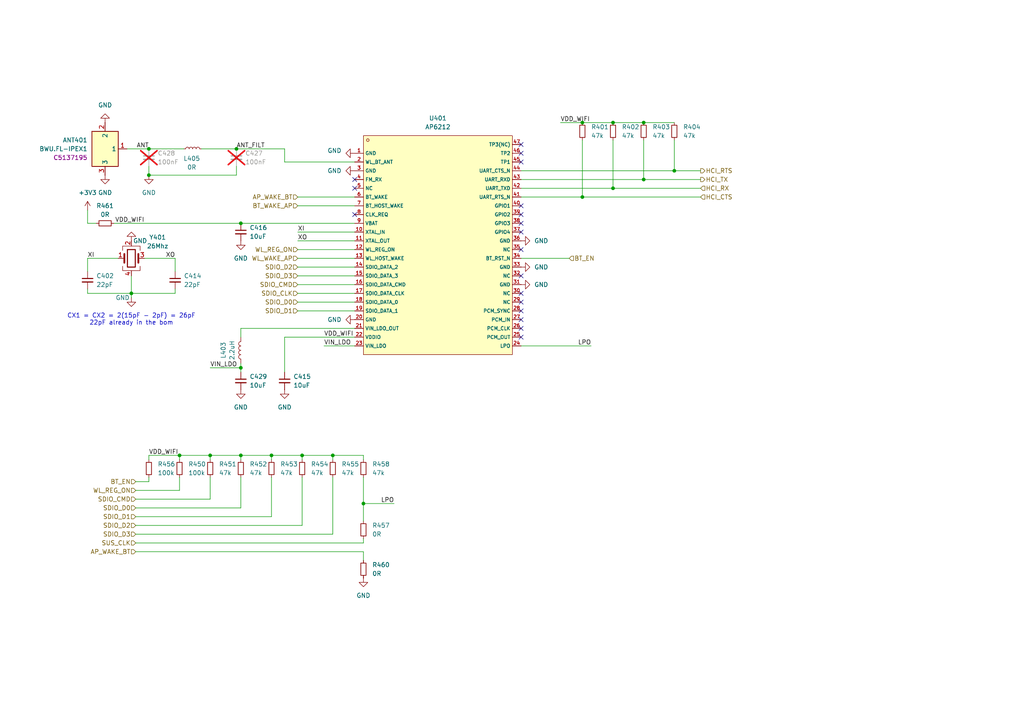
<source format=kicad_sch>
(kicad_sch (version 20231120) (generator "eeschema") (generator_version "8.0")
  (paper "A4")
  (lib_symbols
    (symbol "Device:C_Small" (pin_numbers hide) (pin_names (offset 0.254) hide)
      (property "Reference" "C" (at 0.254 1.778 0))
      (property "Value" "C_Small" (at 0.254 -2.032 0))
      (symbol "C_Small_0_1"
        (polyline (pts (xy -1.524 -0.508) (xy 1.524 -0.508)) (stroke (width 0.3302)))
        (polyline (pts (xy -1.524 0.508) (xy 1.524 0.508)) (stroke (width 0.3048)))
      )
      (symbol "C_Small_1_1"
        (pin passive line (at 0 2.54 270) (length 2.032) (name "~") (number "1"))
        (pin passive line (at 0 -2.54 90) (length 2.032) (name "~") (number "2"))
      )
    )
    (symbol "Device:Crystal_GND24" (pin_names (offset 1.016) hide)
      (property "Reference" "Y" (at 3.175 5.08 0))
      (property "Value" "Crystal_GND24" (at 3.175 3.175 0))
      (symbol "Crystal_GND24_0_1"
        (rectangle (start -1.143 2.54) (end 1.143 -2.54) (stroke (width 0.3048)))
        (polyline (pts (xy -2.54 0) (xy -2.032 0)))
        (polyline (pts (xy -2.032 -1.27) (xy -2.032 1.27)) (stroke (width 0.508)))
        (polyline (pts (xy 0 -3.81) (xy 0 -3.556)))
        (polyline (pts (xy 0 3.556) (xy 0 3.81)))
        (polyline (pts (xy 2.032 -1.27) (xy 2.032 1.27)) (stroke (width 0.508)))
        (polyline (pts (xy 2.032 0) (xy 2.54 0)))
        (polyline (pts (xy -2.54 -2.286) (xy -2.54 -3.556) (xy 2.54 -3.556) (xy 2.54 -2.286)))
        (polyline (pts (xy -2.54 2.286) (xy -2.54 3.556) (xy 2.54 3.556) (xy 2.54 2.286)))
      )
      (symbol "Crystal_GND24_1_1"
        (pin passive line (at -3.81 0 0) (length 1.27) (name "1") (number "1"))
        (pin passive line (at 0 5.08 270) (length 1.27) (name "2") (number "2"))
        (pin passive line (at 3.81 0 180) (length 1.27) (name "3") (number "3"))
        (pin passive line (at 0 -5.08 90) (length 1.27) (name "4") (number "4"))
      )
    )
    (symbol "Device:L" (pin_numbers hide) (pin_names (offset 1.016) hide)
      (property "Reference" "L" (at -1.27 0 90))
      (property "Value" "L" (at 1.905 0 90))
      (symbol "L_0_1"
        (arc (start 0 -2.54) (mid 0.6323 -1.905) (end 0 -1.27))
        (arc (start 0 -1.27) (mid 0.6323 -0.635) (end 0 0))
        (arc (start 0 0) (mid 0.6323 0.635) (end 0 1.27))
        (arc (start 0 1.27) (mid 0.6323 1.905) (end 0 2.54))
      )
      (symbol "L_1_1"
        (pin passive line (at 0 3.81 270) (length 1.27) (name "1") (number "1"))
        (pin passive line (at 0 -3.81 90) (length 1.27) (name "2") (number "2"))
      )
    )
    (symbol "Device:L_Small" (pin_numbers hide) (pin_names (offset 0.254) hide)
      (property "Reference" "L" (at 0.762 1.016 0))
      (property "Value" "L_Small" (at 0.762 -1.016 0))
      (symbol "L_Small_0_1"
        (arc (start 0 -2.032) (mid 0.5058 -1.524) (end 0 -1.016))
        (arc (start 0 -1.016) (mid 0.5058 -0.508) (end 0 0))
        (arc (start 0 0) (mid 0.5058 0.508) (end 0 1.016))
        (arc (start 0 1.016) (mid 0.5058 1.524) (end 0 2.032))
      )
      (symbol "L_Small_1_1"
        (pin passive line (at 0 2.54 270) (length 0.508) (name "~") (number "1"))
        (pin passive line (at 0 -2.54 90) (length 0.508) (name "~") (number "2"))
      )
    )
    (symbol "Device:R_Small" (pin_numbers hide) (pin_names (offset 0.254) hide)
      (property "Reference" "R" (at 0.762 0.508 0))
      (property "Value" "R_Small" (at 0.762 -1.016 0))
      (symbol "R_Small_0_1"
        (rectangle (start -0.762 1.778) (end 0.762 -1.778) (stroke (width 0.2032)))
      )
      (symbol "R_Small_1_1"
        (pin passive line (at 0 2.54 270) (length 0.762) (name "~") (number "1"))
        (pin passive line (at 0 -2.54 90) (length 0.762) (name "~") (number "2"))
      )
    )
    (symbol "LCSC_Antenna:BWU.FL-IPEX1"
      (property "Reference" "ANT?" (at 2.54 6.35 0))
      (property "Value" "BWU.FL-IPEX1" (at 10.16 -2.032 0))
      (property "LCSC" "C5137195" (at 0 0 0))
      (symbol "BWU.FL-IPEX1_0_0"
        (pin passive line (at 5.08 0 180) (length 2.54) (name "1") (number "1"))
        (pin passive line (at -1.27 7.62 270) (length 2.54) (name "2") (number "2"))
        (pin passive line (at -1.27 -7.62 90) (length 2.54) (name "3") (number "3"))
      )
      (symbol "BWU.FL-IPEX1_1_0"
        (rectangle (start -5.08 5.08) (end 2.54 -5.08) (stroke (width 0.254)) (fill (type background)))
      )
    )
    (symbol "Module_WiFi_BT:AP6212"
      (property "Reference" "U" (at -0.762 33.528 0))
      (property "Value" "AP6212" (at 0 -2.54 0))
      (symbol "AP6212_0_1"
        (rectangle (start -21.59 31.7501) (end 21.59 -31.7501) (fill (type background)))
        (circle (center -20.32 30.4801) (radius 0.381) (fill (type background)))
        (pin unspecified line (at -24.13 26.67 0) (length 2.54) (name "GND") (number "1"))
        (pin unspecified line (at -24.13 3.81 0) (length 2.54) (name "XTAL_IN") (number "10"))
        (pin unspecified line (at -24.13 1.27 0) (length 2.54) (name "XTAL_OUT") (number "11"))
        (pin unspecified line (at -24.13 -1.27 0) (length 2.54) (name "WL_REG_ON") (number "12"))
        (pin unspecified line (at -24.13 -3.81 0) (length 2.54) (name "WL_HOST_WAKE") (number "13"))
        (pin unspecified line (at -24.13 -6.35 0) (length 2.54) (name "SDIO_DATA_2") (number "14"))
        (pin unspecified line (at -24.13 -8.89 0) (length 2.54) (name "SDIO_DATA_3") (number "15"))
        (pin unspecified line (at -24.13 -11.43 0) (length 2.54) (name "SDIO_DATA_CMD") (number "16"))
        (pin unspecified line (at -24.13 -13.97 0) (length 2.54) (name "SDIO_DATA_CLK") (number "17"))
        (pin unspecified line (at -24.13 -16.51 0) (length 2.54) (name "SDIO_DATA_0") (number "18"))
        (pin unspecified line (at -24.13 -19.05 0) (length 2.54) (name "SDIO_DATA_1") (number "19"))
        (pin unspecified line (at -24.13 24.13 0) (length 2.54) (name "WL_BT_ANT") (number "2"))
        (pin unspecified line (at -24.13 -21.59 0) (length 2.54) (name "GND") (number "20"))
        (pin unspecified line (at -24.13 -24.13 0) (length 2.54) (name "VIN_LDO_OUT") (number "21"))
        (pin unspecified line (at -24.13 -26.67 0) (length 2.54) (name "VDDIO") (number "22"))
        (pin unspecified line (at -24.13 -29.21 0) (length 2.54) (name "VIN_LDO") (number "23"))
        (pin unspecified line (at 24.13 -29.21 180) (length 2.54) (name "LPO") (number "24"))
        (pin unspecified line (at 24.13 -26.67 180) (length 2.54) (name "PCM_OUT") (number "25"))
        (pin unspecified line (at 24.13 -24.13 180) (length 2.54) (name "PCM_CLK") (number "26"))
        (pin unspecified line (at 24.13 -21.59 180) (length 2.54) (name "PCM_IN") (number "27"))
        (pin unspecified line (at 24.13 -19.05 180) (length 2.54) (name "PCM_SYNC") (number "28"))
        (pin unspecified line (at 24.13 -16.51 180) (length 2.54) (name "NC") (number "29"))
        (pin unspecified line (at -24.13 21.59 0) (length 2.54) (name "GND") (number "3"))
        (pin unspecified line (at 24.13 -13.97 180) (length 2.54) (name "NC") (number "30"))
        (pin unspecified line (at 24.13 -11.43 180) (length 2.54) (name "GND") (number "31"))
        (pin unspecified line (at 24.13 -8.89 180) (length 2.54) (name "NC") (number "32"))
        (pin unspecified line (at 24.13 -6.35 180) (length 2.54) (name "GND") (number "33"))
        (pin unspecified line (at 24.13 -3.81 180) (length 2.54) (name "BT_RST_N") (number "34"))
        (pin unspecified line (at 24.13 -1.27 180) (length 2.54) (name "NC") (number "35"))
        (pin unspecified line (at 24.13 1.27 180) (length 2.54) (name "GND") (number "36"))
        (pin unspecified line (at 24.13 3.81 180) (length 2.54) (name "GPIO4") (number "37"))
        (pin unspecified line (at 24.13 6.35 180) (length 2.54) (name "GPIO3") (number "38"))
        (pin unspecified line (at 24.13 8.89 180) (length 2.54) (name "GPIO2") (number "39"))
        (pin unspecified line (at -24.13 19.05 0) (length 2.54) (name "FM_RX") (number "4"))
        (pin unspecified line (at 24.13 11.43 180) (length 2.54) (name "GPIO1") (number "40"))
        (pin unspecified line (at 24.13 13.97 180) (length 2.54) (name "UART_RTS_N") (number "41"))
        (pin unspecified line (at 24.13 16.51 180) (length 2.54) (name "UART_TXD") (number "42"))
        (pin unspecified line (at 24.13 19.05 180) (length 2.54) (name "UART_RXD") (number "43"))
        (pin unspecified line (at 24.13 21.59 180) (length 2.54) (name "UART_CTS_N") (number "44"))
        (pin unspecified line (at 24.13 24.13 180) (length 2.54) (name "TP1") (number "45"))
        (pin unspecified line (at 24.13 26.67 180) (length 2.54) (name "TP2") (number "46"))
        (pin unspecified line (at 24.13 29.21 180) (length 2.54) (name "TP3(NC)") (number "47"))
        (pin unspecified line (at -24.13 16.51 0) (length 2.54) (name "NC") (number "5"))
        (pin unspecified line (at -24.13 13.97 0) (length 2.54) (name "BT_WAKE") (number "6"))
        (pin unspecified line (at -24.13 11.43 0) (length 2.54) (name "BT_HOST_WAKE") (number "7"))
        (pin unspecified line (at -24.13 8.89 0) (length 2.54) (name "CLK_REQ") (number "8"))
        (pin unspecified line (at -24.13 6.35 0) (length 2.54) (name "VBAT") (number "9"))
      )
    )
    (symbol "power:+3V3" (power) (pin_names (offset 0))
      (property "Value" "+3V3" (at 0 3.556 0))
      (symbol "+3V3_0_1"
        (polyline (pts (xy -0.762 1.27) (xy 0 2.54)))
        (polyline (pts (xy 0 0) (xy 0 2.54)))
        (polyline (pts (xy 0 2.54) (xy 0.762 1.27)))
      )
      (symbol "+3V3_1_1"
        (pin power_in line (at 0 0 90) (length 0) hide (name "+3V3") (number "1"))
      )
    )
    (symbol "power:GND" (power) (pin_numbers hide) (pin_names (offset 0) hide)
      (property "Value" "GND" (at 0 -3.81 0))
      (symbol "GND_0_1"
        (polyline (pts (xy 0 0) (xy 0 -1.27) (xy 1.27 -1.27) (xy 0 -2.54) (xy -1.27 -1.27) (xy 0 -1.27)))
      )
      (symbol "GND_1_1"
        (pin power_in line (at 0 0 270) (length 0) (name "~") (number "1"))
      )
    )
  )
  (junction (at 168.91 35.56))
  (junction (at 52.07 132.08))
  (junction (at 43.18 50.8))
  (junction (at 69.85 132.08))
  (junction (at 69.85 106.68))
  (junction (at 168.91 57.15))
  (junction (at 43.18 43.18))
  (junction (at 96.52 132.08))
  (junction (at 186.69 35.56))
  (junction (at 177.8 35.56))
  (junction (at 68.58 43.18))
  (junction (at 38.1 85.09))
  (junction (at 105.41 146.05))
  (junction (at 177.8 54.61))
  (junction (at 60.96 132.08))
  (junction (at 78.74 132.08))
  (junction (at 87.63 132.08))
  (junction (at 69.85 64.77))
  (junction (at 186.69 52.07))
  (junction (at 195.58 49.53))
  (no_connect (at 151.13 64.77))
  (no_connect (at 102.87 54.61))
  (no_connect (at 102.87 62.23))
  (no_connect (at 151.13 67.31))
  (no_connect (at 151.13 97.79))
  (no_connect (at 102.87 52.07))
  (no_connect (at 151.13 41.91))
  (no_connect (at 151.13 95.25))
  (no_connect (at 151.13 62.23))
  (no_connect (at 151.13 87.63))
  (no_connect (at 151.13 44.45))
  (no_connect (at 151.13 46.99))
  (no_connect (at 151.13 80.01))
  (no_connect (at 151.13 85.09))
  (no_connect (at 151.13 72.39))
  (no_connect (at 151.13 90.17))
  (no_connect (at 151.13 59.69))
  (no_connect (at 151.13 92.71))
  (wire (pts (xy 93.98 100.33) (xy 102.87 100.33)))
  (wire (pts (xy 177.8 35.56) (xy 186.69 35.56)))
  (wire (pts (xy 105.41 160.02) (xy 39.37 160.02)))
  (wire (pts (xy 69.85 106.68) (xy 69.85 107.95)))
  (wire (pts (xy 105.41 156.21) (xy 105.41 157.48)))
  (wire (pts (xy 60.96 144.78) (xy 60.96 138.43)))
  (wire (pts (xy 69.85 105.41) (xy 69.85 106.68)))
  (wire (pts (xy 105.41 138.43) (xy 105.41 146.05)))
  (wire (pts (xy 203.2 49.53) (xy 195.58 49.53)))
  (wire (pts (xy 177.8 40.64) (xy 177.8 54.61)))
  (wire (pts (xy 186.69 35.56) (xy 195.58 35.56)))
  (wire (pts (xy 78.74 149.86) (xy 39.37 149.86)))
  (wire (pts (xy 105.41 162.56) (xy 105.41 160.02)))
  (wire (pts (xy 50.8 83.82) (xy 50.8 85.09)))
  (wire (pts (xy 86.36 77.47) (xy 102.87 77.47)))
  (wire (pts (xy 52.07 132.08) (xy 52.07 133.35)))
  (wire (pts (xy 195.58 40.64) (xy 195.58 49.53)))
  (wire (pts (xy 96.52 138.43) (xy 96.52 154.94)))
  (wire (pts (xy 87.63 132.08) (xy 96.52 132.08)))
  (wire (pts (xy 82.55 46.99) (xy 82.55 43.18)))
  (wire (pts (xy 86.36 80.01) (xy 102.87 80.01)))
  (wire (pts (xy 43.18 132.08) (xy 43.18 133.35)))
  (wire (pts (xy 68.58 43.18) (xy 82.55 43.18)))
  (wire (pts (xy 86.36 57.15) (xy 102.87 57.15)))
  (wire (pts (xy 203.2 52.07) (xy 186.69 52.07)))
  (wire (pts (xy 168.91 35.56) (xy 177.8 35.56)))
  (wire (pts (xy 39.37 154.94) (xy 96.52 154.94)))
  (wire (pts (xy 50.8 85.09) (xy 38.1 85.09)))
  (wire (pts (xy 43.18 139.7) (xy 39.37 139.7)))
  (wire (pts (xy 151.13 52.07) (xy 186.69 52.07)))
  (wire (pts (xy 203.2 57.15) (xy 168.91 57.15)))
  (wire (pts (xy 58.42 43.18) (xy 68.58 43.18)))
  (wire (pts (xy 38.1 85.09) (xy 38.1 80.01)))
  (wire (pts (xy 25.4 60.96) (xy 25.4 64.77)))
  (wire (pts (xy 82.55 97.79) (xy 102.87 97.79)))
  (wire (pts (xy 39.37 142.24) (xy 52.07 142.24)))
  (wire (pts (xy 186.69 40.64) (xy 186.69 52.07)))
  (wire (pts (xy 105.41 146.05) (xy 105.41 151.13)))
  (wire (pts (xy 60.96 132.08) (xy 60.96 133.35)))
  (wire (pts (xy 43.18 132.08) (xy 52.07 132.08)))
  (wire (pts (xy 86.36 87.63) (xy 102.87 87.63)))
  (wire (pts (xy 165.1 74.93) (xy 151.13 74.93)))
  (wire (pts (xy 68.58 48.26) (xy 68.58 50.8)))
  (wire (pts (xy 87.63 132.08) (xy 87.63 133.35)))
  (wire (pts (xy 87.63 152.4) (xy 39.37 152.4)))
  (wire (pts (xy 151.13 100.33) (xy 171.45 100.33)))
  (wire (pts (xy 105.41 132.08) (xy 96.52 132.08)))
  (wire (pts (xy 52.07 132.08) (xy 60.96 132.08)))
  (wire (pts (xy 33.02 64.77) (xy 69.85 64.77)))
  (wire (pts (xy 151.13 49.53) (xy 195.58 49.53)))
  (wire (pts (xy 25.4 74.93) (xy 25.4 78.74)))
  (wire (pts (xy 69.85 95.25) (xy 69.85 97.79)))
  (wire (pts (xy 87.63 138.43) (xy 87.63 152.4)))
  (wire (pts (xy 69.85 132.08) (xy 69.85 133.35)))
  (wire (pts (xy 203.2 54.61) (xy 177.8 54.61)))
  (wire (pts (xy 105.41 146.05) (xy 114.3 146.05)))
  (wire (pts (xy 105.41 133.35) (xy 105.41 132.08)))
  (wire (pts (xy 50.8 74.93) (xy 50.8 78.74)))
  (wire (pts (xy 86.36 59.69) (xy 102.87 59.69)))
  (wire (pts (xy 86.36 90.17) (xy 102.87 90.17)))
  (wire (pts (xy 86.36 67.31) (xy 102.87 67.31)))
  (wire (pts (xy 168.91 57.15) (xy 151.13 57.15)))
  (wire (pts (xy 43.18 138.43) (xy 43.18 139.7)))
  (wire (pts (xy 82.55 46.99) (xy 102.87 46.99)))
  (wire (pts (xy 151.13 54.61) (xy 177.8 54.61)))
  (wire (pts (xy 41.91 74.93) (xy 50.8 74.93)))
  (wire (pts (xy 43.18 43.18) (xy 53.34 43.18)))
  (wire (pts (xy 78.74 132.08) (xy 78.74 133.35)))
  (wire (pts (xy 25.4 83.82) (xy 25.4 85.09)))
  (wire (pts (xy 78.74 132.08) (xy 87.63 132.08)))
  (wire (pts (xy 78.74 138.43) (xy 78.74 149.86)))
  (wire (pts (xy 39.37 157.48) (xy 105.41 157.48)))
  (wire (pts (xy 52.07 142.24) (xy 52.07 138.43)))
  (wire (pts (xy 69.85 147.32) (xy 39.37 147.32)))
  (wire (pts (xy 162.56 35.56) (xy 168.91 35.56)))
  (wire (pts (xy 69.85 64.77) (xy 102.87 64.77)))
  (wire (pts (xy 39.37 144.78) (xy 60.96 144.78)))
  (wire (pts (xy 86.36 85.09) (xy 102.87 85.09)))
  (wire (pts (xy 86.36 82.55) (xy 102.87 82.55)))
  (wire (pts (xy 168.91 40.64) (xy 168.91 57.15)))
  (wire (pts (xy 86.36 72.39) (xy 102.87 72.39)))
  (wire (pts (xy 82.55 107.95) (xy 82.55 97.79)))
  (wire (pts (xy 60.96 106.68) (xy 69.85 106.68)))
  (wire (pts (xy 36.83 43.18) (xy 43.18 43.18)))
  (wire (pts (xy 25.4 64.77) (xy 27.94 64.77)))
  (wire (pts (xy 25.4 85.09) (xy 38.1 85.09)))
  (wire (pts (xy 86.36 74.93) (xy 102.87 74.93)))
  (wire (pts (xy 96.52 132.08) (xy 96.52 133.35)))
  (wire (pts (xy 34.29 74.93) (xy 25.4 74.93)))
  (wire (pts (xy 43.18 50.8) (xy 68.58 50.8)))
  (wire (pts (xy 102.87 95.25) (xy 69.85 95.25)))
  (wire (pts (xy 86.36 69.85) (xy 102.87 69.85)))
  (wire (pts (xy 38.1 86.36) (xy 38.1 85.09)))
  (wire (pts (xy 43.18 48.26) (xy 43.18 50.8)))
  (wire (pts (xy 60.96 132.08) (xy 69.85 132.08)))
  (wire (pts (xy 69.85 138.43) (xy 69.85 147.32)))
  (wire (pts (xy 69.85 132.08) (xy 78.74 132.08)))
  (text "CX1 = CX2 = 2(15pF - 2pF) = 26pF\n22pF already in the bom" (at 38.1 92.71 0) (effects (font (size 1.27 1.27))))
  (label "VIN_LDO" (at 93.98 100.33 0))
  (label "VDD_WIFI" (at 43.18 132.08 0))
  (label "XO" (at 50.8 74.93 180))
  (label "VDD_WIFI" (at 41.91 64.77 180))
  (label "LPO" (at 114.3 146.05 180))
  (label "XI" (at 25.4 74.93 0))
  (label "VDD_WIFI" (at 162.56 35.56 0))
  (label "XI" (at 86.36 67.31 0))
  (label "XO" (at 86.36 69.85 0))
  (label "ANT_FILT" (at 68.58 43.18 0))
  (label "ANT" (at 43.18 43.18 180))
  (label "VDD_WIFI" (at 93.98 97.79 0))
  (label "VIN_LDO" (at 60.96 106.68 0))
  (label "LPO" (at 171.45 100.33 180))
  (hierarchical_label "SDIO_D1" (shape input) (at 86.36 90.17 180) (property "Netclass" "SDIO_WIFI" (effects (hide yes))))
  (hierarchical_label "SUS_CLK" (shape input) (at 39.37 157.48 180))
  (hierarchical_label "SDIO_D2" (shape input) (at 86.36 77.47 180) (property "Netclass" "SDIO_WIFI" (effects (hide yes))))
  (hierarchical_label "SDIO_CMD" (shape input) (at 39.37 144.78 180) (property "Netclass" "SDIO_WIFI" (effects (hide yes))))
  (hierarchical_label "BT_WAKE_AP" (shape input) (at 86.36 59.69 180))
  (hierarchical_label "WL_WAKE_AP" (shape input) (at 86.36 74.93 180))
  (hierarchical_label "HCI_CTS" (shape input) (at 203.2 57.15 0))
  (hierarchical_label "HCI_RTS" (shape output) (at 203.2 49.53 0))
  (hierarchical_label "HCI_TX" (shape output) (at 203.2 52.07 0))
  (hierarchical_label "SDIO_D3" (shape input) (at 39.37 154.94 180) (property "Netclass" "SDIO_WIFI" (effects (hide yes))))
  (hierarchical_label "SDIO_D0" (shape input) (at 86.36 87.63 180) (property "Netclass" "SDIO_WIFI" (effects (hide yes))))
  (hierarchical_label "SDIO_CLK" (shape input) (at 86.36 85.09 180) (property "Netclass" "SDIO_WIFI" (effects (hide yes))))
  (hierarchical_label "WL_REG_ON" (shape input) (at 86.36 72.39 180))
  (hierarchical_label "SDIO_D3" (shape input) (at 86.36 80.01 180) (property "Netclass" "SDIO_WIFI" (effects (hide yes))))
  (hierarchical_label "SDIO_D1" (shape input) (at 39.37 149.86 180) (property "Netclass" "SDIO_WIFI" (effects (hide yes))))
  (hierarchical_label "BT_EN" (shape input) (at 39.37 139.7 180))
  (hierarchical_label "WL_REG_ON" (shape input) (at 39.37 142.24 180))
  (hierarchical_label "HCI_RX" (shape input) (at 203.2 54.61 0))
  (hierarchical_label "SDIO_D0" (shape input) (at 39.37 147.32 180) (property "Netclass" "SDIO_WIFI" (effects (hide yes))))
  (hierarchical_label "SDIO_CMD" (shape input) (at 86.36 82.55 180) (property "Netclass" "SDIO_WIFI" (effects (hide yes))))
  (hierarchical_label "BT_EN" (shape input) (at 165.1 74.93 0))
  (hierarchical_label "SDIO_D2" (shape input) (at 39.37 152.4 180) (property "Netclass" "SDIO_WIFI" (effects (hide yes))))
  (hierarchical_label "AP_WAKE_BT" (shape input) (at 86.36 57.15 180))
  (hierarchical_label "AP_WAKE_BT" (shape input) (at 39.37 160.02 180))
  (symbol (lib_id "Device:R_Small") (at 105.41 153.67 180) (unit 1)
    (property "Reference" "R457" (at 107.95 152.3999 0) (effects (justify right)))
    (property "Value" "0R" (at 107.95 154.9399 0) (effects (justify right)))
    (property "Footprint" "Resistor_SMD:R_0402_1005Metric" (effects (hide yes)))
    (property "Datasheet" "https://datasheet.lcsc.com/lcsc/2206010216_UNI-ROYAL-Uniroyal-Elec-0402WGF0000TCE_C17168.pdf" (effects (hide yes)))
    (property "Description" "Resistor, small symbol" (effects (hide yes)))
    (property "LCSC" "C17168" (effects (hide yes)))
    (property "MPN" "0402WGF0000TCE" (effects (hide yes)))
  )
  (symbol (lib_id "Device:R_Small") (at 78.74 135.89 0) (unit 1)
    (property "Reference" "R453" (at 81.28 134.6199 0) (effects (justify left)))
    (property "Value" "47k" (at 81.28 137.1599 0) (effects (justify left)))
    (property "Footprint" "Resistor_SMD:R_0402_1005Metric" (effects (hide yes)))
    (property "Datasheet" "https://datasheet.lcsc.com/lcsc/2206010100_UNI-ROYAL-Uniroyal-Elec-0402WGF4702TCE_C25792.pdf" (effects (hide yes)))
    (property "Description" "Resistor, small symbol" (effects (hide yes)))
    (property "LCSC" "C25792" (effects (hide yes)))
    (property "MPN" "0402WGF4702TCE" (effects (hide yes)))
  )
  (symbol (lib_id "Device:C_Small") (at 50.8 81.28 0) (unit 1)
    (property "Reference" "C414" (at 53.34 80.0163 0) (effects (justify left)))
    (property "Value" "22pF" (at 53.34 82.5563 0) (effects (justify left)))
    (property "Footprint" "Capacitor_SMD:C_0402_1005Metric" (effects (hide yes)))
    (property "Datasheet" "https://datasheet.lcsc.com/lcsc/2304140030_FH--Guangdong-Fenghua-Advanced-Tech-0402CG220J500NT_C1555.pdf" (effects (hide yes)))
    (property "LCSC" "C1555" (effects (hide yes)))
    (property "MPN" "0402CG220J500NT" (effects (hide yes)))
  )
  (symbol (lib_id "Device:R_Small") (at 177.8 38.1 0) (unit 1)
    (property "Reference" "R402" (at 180.34 36.8299 0) (effects (justify left)))
    (property "Value" "47k" (at 180.34 39.3699 0) (effects (justify left)))
    (property "Footprint" "Resistor_SMD:R_0402_1005Metric" (effects (hide yes)))
    (property "Datasheet" "https://datasheet.lcsc.com/lcsc/2206010100_UNI-ROYAL-Uniroyal-Elec-0402WGF4702TCE_C25792.pdf" (effects (hide yes)))
    (property "Description" "Resistor, small symbol" (effects (hide yes)))
    (property "LCSC" "C25792" (effects (hide yes)))
    (property "MPN" "0402WGF4702TCE" (effects (hide yes)))
  )
  (symbol (lib_id "Device:C_Small") (at 82.55 110.49 0) (unit 1)
    (property "Reference" "C415" (at 85.09 109.2263 0) (effects (justify left)))
    (property "Value" "10uF" (at 85.09 111.7663 0) (effects (justify left)))
    (property "Footprint" "Capacitor_SMD:C_0603_1608Metric" (effects (hide yes)))
    (property "Datasheet" "https://datasheet.lcsc.com/lcsc/2304140030_Samsung-Electro-Mechanics-CL10A106MA8NRNC_C96446.pdf" (effects (hide yes)))
    (property "LCSC" "C96446" (effects (hide yes)))
    (property "MPN" "CL10A106MA8NRNC" (effects (hide yes)))
  )
  (symbol (lib_id "Device:C_Small") (at 69.85 110.49 0) (unit 1)
    (property "Reference" "C429" (at 72.39 109.2263 0) (effects (justify left)))
    (property "Value" "10uF" (at 72.39 111.7663 0) (effects (justify left)))
    (property "Footprint" "Capacitor_SMD:C_0603_1608Metric" (effects (hide yes)))
    (property "Datasheet" "https://datasheet.lcsc.com/lcsc/2304140030_Samsung-Electro-Mechanics-CL10A106MA8NRNC_C96446.pdf" (effects (hide yes)))
    (property "LCSC" "C96446" (effects (hide yes)))
    (property "MPN" "CL10A106MA8NRNC" (effects (hide yes)))
  )
  (symbol (lib_id "Device:R_Small") (at 52.07 135.89 0) (unit 1)
    (property "Reference" "R450" (at 54.61 134.6199 0) (effects (justify left)))
    (property "Value" "100k" (at 54.61 137.1599 0) (effects (justify left)))
    (property "Footprint" "Resistor_SMD:R_0402_1005Metric" (effects (hide yes)))
    (property "Datasheet" "https://datasheet.lcsc.com/lcsc/2206010100_UNI-ROYAL-Uniroyal-Elec-0402WGF1003TCE_C25741.pdf" (effects (hide yes)))
    (property "Description" "Resistor, small symbol" (effects (hide yes)))
    (property "LCSC" "C25741" (effects (hide yes)))
    (property "MPN" "0402WGF1003TCE" (effects (hide yes)))
  )
  (symbol (lib_id "Device:R_Small") (at 69.85 135.89 0) (unit 1)
    (property "Reference" "R452" (at 72.39 134.6199 0) (effects (justify left)))
    (property "Value" "47k" (at 72.39 137.1599 0) (effects (justify left)))
    (property "Footprint" "Resistor_SMD:R_0402_1005Metric" (effects (hide yes)))
    (property "Datasheet" "https://datasheet.lcsc.com/lcsc/2206010100_UNI-ROYAL-Uniroyal-Elec-0402WGF4702TCE_C25792.pdf" (effects (hide yes)))
    (property "Description" "Resistor, small symbol" (effects (hide yes)))
    (property "LCSC" "C25792" (effects (hide yes)))
    (property "MPN" "0402WGF4702TCE" (effects (hide yes)))
  )
  (symbol (lib_id "Device:Crystal_GND24") (at 38.1 74.93 0) (unit 1)
    (property "Reference" "Y401" (at 45.72 68.834 0))
    (property "Value" "26Mhz" (at 45.72 71.374 0))
    (property "Footprint" "Crystal:Crystal_SMD_3225-4Pin_3.2x2.5mm" (effects (hide yes)))
    (property "Datasheet" "https://datasheet.lcsc.com/lcsc/2005081732_Yajingxin-TAXM26M4RHBCCT2T_C516065.pdf" (effects (hide yes)))
    (property "LCSC" "C516065" (effects (hide yes)))
    (property "MPN" "TAXM26M4RHBCCT2T" (effects (hide yes)))
  )
  (symbol (lib_id "Device:R_Small") (at 105.41 165.1 180) (unit 1)
    (property "Reference" "R460" (at 107.95 163.8299 0) (effects (justify right)))
    (property "Value" "0R" (at 107.95 166.3699 0) (effects (justify right)))
    (property "Footprint" "Resistor_SMD:R_0402_1005Metric" (effects (hide yes)))
    (property "Datasheet" "https://datasheet.lcsc.com/lcsc/2206010216_UNI-ROYAL-Uniroyal-Elec-0402WGF0000TCE_C17168.pdf" (effects (hide yes)))
    (property "Description" "Resistor, small symbol" (effects (hide yes)))
    (property "LCSC" "C17168" (effects (hide yes)))
    (property "MPN" "0402WGF0000TCE" (effects (hide yes)))
  )
  (symbol (lib_id "Device:R_Small") (at 105.41 135.89 180) (unit 1)
    (property "Reference" "R458" (at 107.95 134.6199 0) (effects (justify right)))
    (property "Value" "47k" (at 107.95 137.1599 0) (effects (justify right)))
    (property "Footprint" "Resistor_SMD:R_0402_1005Metric" (effects (hide yes)))
    (property "Datasheet" "https://datasheet.lcsc.com/lcsc/2206010100_UNI-ROYAL-Uniroyal-Elec-0402WGF4702TCE_C25792.pdf" (effects (hide yes)))
    (property "Description" "Resistor, small symbol" (effects (hide yes)))
    (property "LCSC" "C25792" (effects (hide yes)))
    (property "MPN" "0402WGF4702TCE" (effects (hide yes)))
  )
  (symbol (lib_id "Device:C_Small") (at 69.85 67.31 0) (unit 1)
    (property "Reference" "C416" (at 72.39 66.0463 0) (effects (justify left)))
    (property "Value" "10uF" (at 72.39 68.5863 0) (effects (justify left)))
    (property "Footprint" "Capacitor_SMD:C_0603_1608Metric" (effects (hide yes)))
    (property "Datasheet" "https://datasheet.lcsc.com/lcsc/2304140030_Samsung-Electro-Mechanics-CL10A106MA8NRNC_C96446.pdf" (effects (hide yes)))
    (property "LCSC" "C96446" (effects (hide yes)))
    (property "MPN" "CL10A106MA8NRNC" (effects (hide yes)))
  )
  (symbol (lib_id "power:GND") (at 69.85 69.85 0) (mirror y) (unit 1)
    (property "Reference" "#PWR0426" (effects (hide yes)))
    (property "Value" "GND" (at 69.85 74.93 0))
  )
  (symbol (lib_id "power:GND") (at 102.87 49.53 270) (mirror x) (unit 1)
    (property "Reference" "#PWR0409" (effects (hide yes)))
    (property "Value" "GND" (at 99.06 49.5299 90) (effects (justify right)))
  )
  (symbol (lib_id "Device:R_Small") (at 87.63 135.89 0) (unit 1)
    (property "Reference" "R454" (at 90.17 134.6199 0) (effects (justify left)))
    (property "Value" "47k" (at 90.17 137.1599 0) (effects (justify left)))
    (property "Footprint" "Resistor_SMD:R_0402_1005Metric" (effects (hide yes)))
    (property "Datasheet" "https://datasheet.lcsc.com/lcsc/2206010100_UNI-ROYAL-Uniroyal-Elec-0402WGF4702TCE_C25792.pdf" (effects (hide yes)))
    (property "Description" "Resistor, small symbol" (effects (hide yes)))
    (property "LCSC" "C25792" (effects (hide yes)))
    (property "MPN" "0402WGF4702TCE" (effects (hide yes)))
  )
  (symbol (lib_id "Device:C_Small") (at 43.18 45.72 0) (unit 1) (in_bom no) (dnp yes)
    (property "Reference" "C428" (at 45.72 44.4563 0) (effects (justify left)))
    (property "Value" "100nF" (at 45.72 46.9963 0) (effects (justify left)))
    (property "Footprint" "Resistor_SMD:R_0402_1005Metric" (effects (hide yes)))
    (property "Datasheet" "https://datasheet.lcsc.com/lcsc/2304140030_Samsung-Electro-Mechanics-CL05B104KB54PNC_C307331.pdf" (effects (hide yes)))
    (property "LCSC" "C307331" (effects (hide yes)))
    (property "MPN" "CL05B104KB54PNC" (effects (hide yes)))
  )
  (symbol (lib_id "power:GND") (at 43.18 50.8 0) (unit 1)
    (property "Reference" "#PWR0450" (effects (hide yes)))
    (property "Value" "GND" (at 43.18 55.88 0))
    (property "Description" "Power symbol creates a global label with name \"GND\" , ground" (effects (hide yes)))
  )
  (symbol (lib_id "power:GND") (at 151.13 77.47 90) (unit 1)
    (property "Reference" "#PWR0429" (effects (hide yes)))
    (property "Value" "GND" (at 154.94 77.4699 90) (effects (justify right)))
  )
  (symbol (lib_id "power:GND") (at 69.85 113.03 0) (mirror y) (unit 1)
    (property "Reference" "#PWR0408" (effects (hide yes)))
    (property "Value" "GND" (at 69.85 118.11 0))
  )
  (symbol (lib_id "power:GND") (at 151.13 82.55 90) (unit 1)
    (property "Reference" "#PWR0427" (effects (hide yes)))
    (property "Value" "GND" (at 154.94 82.5499 90) (effects (justify right)))
  )
  (symbol (lib_id "power:GND") (at 38.1 69.85 0) (mirror x) (unit 1)
    (property "Reference" "#PWR0403" (effects (hide yes)))
    (property "Value" "GND" (at 40.64 69.85 0))
  )
  (symbol (lib_id "Device:R_Small") (at 43.18 135.89 0) (unit 1)
    (property "Reference" "R456" (at 45.72 134.6199 0) (effects (justify left)))
    (property "Value" "100k" (at 45.72 137.1599 0) (effects (justify left)))
    (property "Footprint" "Resistor_SMD:R_0402_1005Metric" (effects (hide yes)))
    (property "Datasheet" "https://datasheet.lcsc.com/lcsc/2206010100_UNI-ROYAL-Uniroyal-Elec-0402WGF1003TCE_C25741.pdf" (effects (hide yes)))
    (property "Description" "Resistor, small symbol" (effects (hide yes)))
    (property "LCSC" "C25741" (effects (hide yes)))
    (property "MPN" "0402WGF1003TCE" (effects (hide yes)))
  )
  (symbol (lib_id "power:GND") (at 151.13 69.85 90) (unit 1)
    (property "Reference" "#PWR0430" (effects (hide yes)))
    (property "Value" "GND" (at 154.94 69.8499 90) (effects (justify right)))
  )
  (symbol (lib_id "power:GND") (at 38.1 86.36 0) (mirror y) (unit 1)
    (property "Reference" "#PWR0405" (effects (hide yes)))
    (property "Value" "GND" (at 35.56 86.36 0))
  )
  (symbol (lib_id "Module_WiFi_BT:AP6212") (at 127 71.12 0) (unit 1)
    (property "Reference" "U401" (at 127 34.29 0))
    (property "Value" "AP6212" (at 127 36.83 0))
    (property "Footprint" "Module_WiFi_BT:QFN-44_L12.0-W12.0-P0.90-TL_AP6212" (effects (hide yes)))
    (property "Datasheet" "https://cn.bing.com/search?q=datasheet%3A+%20AP6212" (effects (hide yes)))
    (property "LCSC" "C2798300" (effects (hide yes)))
  )
  (symbol (lib_id "power:GND") (at 30.48 35.56 180) (unit 1)
    (property "Reference" "#PWR0401" (effects (hide yes)))
    (property "Value" "GND" (at 30.48 30.48 0))
    (property "Description" "Power symbol creates a global label with name \"GND\" , ground" (effects (hide yes)))
  )
  (symbol (lib_id "LCSC_Antenna:BWU.FL-IPEX1") (at 31.75 43.18 0) (unit 1)
    (property "Reference" "ANT401" (at 25.4 40.6399 0) (effects (justify right)))
    (property "Value" "BWU.FL-IPEX1" (at 25.4 43.1799 0) (effects (justify right)))
    (property "Footprint" "Antenna_LCSC:IPEX-SMD_BWIPX-1-001E" (effects (hide yes)))
    (property "Datasheet" "https://datasheet.lcsc.com/lcsc/2208151830_BAT-WIRELESS-BWU-FL-IPEX1_C5137195.pdf" (effects (hide yes)))
    (property "Description" "  1 Inner needle IPEX Board Edge 1.25mm 6GHz 50Ω 2mm SMD RF Connectors / Coaxial Connectors ROHS " (effects (hide yes)))
    (property "LCSC" "C5137195" (at 25.4 45.7199 0) (effects (justify right)))
    (property "MPN" "BWU.FL-IPEX1" (effects (hide yes)))
  )
  (symbol (lib_id "Device:R_Small") (at 96.52 135.89 0) (unit 1)
    (property "Reference" "R455" (at 99.06 134.6199 0) (effects (justify left)))
    (property "Value" "47k" (at 99.06 137.1599 0) (effects (justify left)))
    (property "Footprint" "Resistor_SMD:R_0402_1005Metric" (effects (hide yes)))
    (property "Datasheet" "https://datasheet.lcsc.com/lcsc/2206010100_UNI-ROYAL-Uniroyal-Elec-0402WGF4702TCE_C25792.pdf" (effects (hide yes)))
    (property "Description" "Resistor, small symbol" (effects (hide yes)))
    (property "LCSC" "C25792" (effects (hide yes)))
    (property "MPN" "0402WGF4702TCE" (effects (hide yes)))
  )
  (symbol (lib_id "Device:L_Small") (at 55.88 43.18 90) (unit 1)
    (property "Reference" "L405" (at 55.626 45.974 90))
    (property "Value" "0R" (at 55.626 48.514 90))
    (property "Footprint" "Resistor_SMD:R_0402_1005Metric" (effects (hide yes)))
    (property "Datasheet" "https://datasheet.lcsc.com/lcsc/2206010216_UNI-ROYAL-Uniroyal-Elec-0402WGF0000TCE_C17168.pdf" (effects (hide yes)))
    (property "Description" "Inductor, small symbol" (effects (hide yes)))
    (property "LCSC" "C17168" (effects (hide yes)))
    (property "MPN" "0402WGF0000TCE" (effects (hide yes)))
  )
  (symbol (lib_id "Device:R_Small") (at 60.96 135.89 0) (unit 1)
    (property "Reference" "R451" (at 63.5 134.6199 0) (effects (justify left)))
    (property "Value" "47k" (at 63.5 137.1599 0) (effects (justify left)))
    (property "Footprint" "Resistor_SMD:R_0402_1005Metric" (effects (hide yes)))
    (property "Datasheet" "https://datasheet.lcsc.com/lcsc/2206010100_UNI-ROYAL-Uniroyal-Elec-0402WGF4702TCE_C25792.pdf" (effects (hide yes)))
    (property "Description" "Resistor, small symbol" (effects (hide yes)))
    (property "LCSC" "C25792" (effects (hide yes)))
    (property "MPN" "0402WGF4702TCE" (effects (hide yes)))
  )
  (symbol (lib_id "Device:C_Small") (at 68.58 45.72 0) (unit 1) (in_bom no) (dnp yes)
    (property "Reference" "C427" (at 71.12 44.4562 0) (effects (justify left)))
    (property "Value" "100nF" (at 71.12 46.9962 0) (effects (justify left)))
    (property "Footprint" "Resistor_SMD:R_0402_1005Metric" (effects (hide yes)))
    (property "Datasheet" "https://datasheet.lcsc.com/lcsc/2304140030_Samsung-Electro-Mechanics-CL05B104KB54PNC_C307331.pdf" (effects (hide yes)))
    (property "LCSC" "C307331" (effects (hide yes)))
    (property "MPN" "CL05B104KB54PNC" (effects (hide yes)))
  )
  (symbol (lib_id "power:GND") (at 105.41 167.64 0) (unit 1)
    (property "Reference" "#PWR0452" (effects (hide yes)))
    (property "Value" "GND" (at 105.41 172.72 0))
    (property "Description" "Power symbol creates a global label with name \"GND\" , ground" (effects (hide yes)))
  )
  (symbol (lib_id "power:GND") (at 30.48 50.8 0) (unit 1)
    (property "Reference" "#PWR0402" (effects (hide yes)))
    (property "Value" "GND" (at 30.48 55.88 0))
    (property "Description" "Power symbol creates a global label with name \"GND\" , ground" (effects (hide yes)))
  )
  (symbol (lib_id "Device:R_Small") (at 186.69 38.1 0) (unit 1)
    (property "Reference" "R403" (at 189.23 36.8299 0) (effects (justify left)))
    (property "Value" "47k" (at 189.23 39.3699 0) (effects (justify left)))
    (property "Footprint" "Resistor_SMD:R_0402_1005Metric" (effects (hide yes)))
    (property "Datasheet" "https://datasheet.lcsc.com/lcsc/2206010100_UNI-ROYAL-Uniroyal-Elec-0402WGF4702TCE_C25792.pdf" (effects (hide yes)))
    (property "Description" "Resistor, small symbol" (effects (hide yes)))
    (property "LCSC" "C25792" (effects (hide yes)))
    (property "MPN" "0402WGF4702TCE" (effects (hide yes)))
  )
  (symbol (lib_id "power:GND") (at 102.87 92.71 270) (mirror x) (unit 1)
    (property "Reference" "#PWR0407" (effects (hide yes)))
    (property "Value" "GND" (at 99.06 92.7099 90) (effects (justify right)))
  )
  (symbol (lib_id "power:GND") (at 82.55 113.03 0) (mirror y) (unit 1)
    (property "Reference" "#PWR0406" (effects (hide yes)))
    (property "Value" "GND" (at 82.55 118.11 0))
  )
  (symbol (lib_id "power:GND") (at 102.87 44.45 270) (mirror x) (unit 1)
    (property "Reference" "#PWR0417" (effects (hide yes)))
    (property "Value" "GND" (at 99.06 43.688 90) (effects (justify right)))
  )
  (symbol (lib_id "Device:R_Small") (at 168.91 38.1 0) (unit 1)
    (property "Reference" "R401" (at 171.45 36.8299 0) (effects (justify left)))
    (property "Value" "47k" (at 171.45 39.3699 0) (effects (justify left)))
    (property "Footprint" "Resistor_SMD:R_0402_1005Metric" (effects (hide yes)))
    (property "Datasheet" "https://datasheet.lcsc.com/lcsc/2206010100_UNI-ROYAL-Uniroyal-Elec-0402WGF4702TCE_C25792.pdf" (effects (hide yes)))
    (property "Description" "Resistor, small symbol" (effects (hide yes)))
    (property "LCSC" "C25792" (effects (hide yes)))
    (property "MPN" "0402WGF4702TCE" (effects (hide yes)))
  )
  (symbol (lib_id "Device:R_Small") (at 30.48 64.77 90) (mirror x) (unit 1)
    (property "Reference" "R461" (at 30.48 59.69 90))
    (property "Value" "0R" (at 30.48 62.23 90))
    (property "Footprint" "Resistor_SMD:R_0402_1005Metric" (effects (hide yes)))
    (property "Datasheet" "https://datasheet.lcsc.com/lcsc/2206010216_UNI-ROYAL-Uniroyal-Elec-0402WGF0000TCE_C17168.pdf" (effects (hide yes)))
    (property "Description" "Resistor, small symbol" (effects (hide yes)))
    (property "LCSC" "C17168" (effects (hide yes)))
    (property "MPN" "0402WGF0000TCE" (effects (hide yes)))
  )
  (symbol (lib_id "Device:L") (at 69.85 101.6 180) (unit 1)
    (property "Reference" "L403" (at 64.77 101.6 90))
    (property "Value" "2.2uH" (at 67.31 101.6 90))
    (property "Footprint" "Inductor_SMD:L_0603_1608Metric" (effects (hide yes)))
    (property "Datasheet" "https://datasheet.lcsc.com/lcsc/2206010216_UNI-ROYAL-Uniroyal-Elec-0402WGF0000TCE_C17168.pdf" (effects (hide yes)))
    (property "LCSC" "C17168" (effects (hide yes)))
    (property "MPN" "0402WGF0000TCE" (effects (hide yes)))
  )
  (symbol (lib_id "power:+3V3") (at 25.4 60.96 0) (mirror y) (unit 1)
    (property "Reference" "#PWR0449" (effects (hide yes)))
    (property "Value" "+3V3" (at 25.4 55.88 0))
  )
  (symbol (lib_id "Device:C_Small") (at 25.4 81.28 0) (unit 1)
    (property "Reference" "C402" (at 27.94 80.0163 0) (effects (justify left)))
    (property "Value" "22pF" (at 27.94 82.5563 0) (effects (justify left)))
    (property "Footprint" "Capacitor_SMD:C_0402_1005Metric" (effects (hide yes)))
    (property "Datasheet" "https://datasheet.lcsc.com/lcsc/2304140030_FH--Guangdong-Fenghua-Advanced-Tech-0402CG220J500NT_C1555.pdf" (effects (hide yes)))
    (property "LCSC" "C1555" (effects (hide yes)))
    (property "MPN" "0402CG220J500NT" (effects (hide yes)))
  )
  (symbol (lib_id "Device:R_Small") (at 195.58 38.1 180) (unit 1)
    (property "Reference" "R404" (at 198.12 36.8299 0) (effects (justify right)))
    (property "Value" "47k" (at 198.12 39.3699 0) (effects (justify right)))
    (property "Footprint" "Resistor_SMD:R_0402_1005Metric" (effects (hide yes)))
    (property "Datasheet" "https://datasheet.lcsc.com/lcsc/2206010100_UNI-ROYAL-Uniroyal-Elec-0402WGF4702TCE_C25792.pdf" (effects (hide yes)))
    (property "Description" "Resistor, small symbol" (effects (hide yes)))
    (property "LCSC" "C25792" (effects (hide yes)))
    (property "MPN" "0402WGF4702TCE" (effects (hide yes)))
  )
)
</source>
